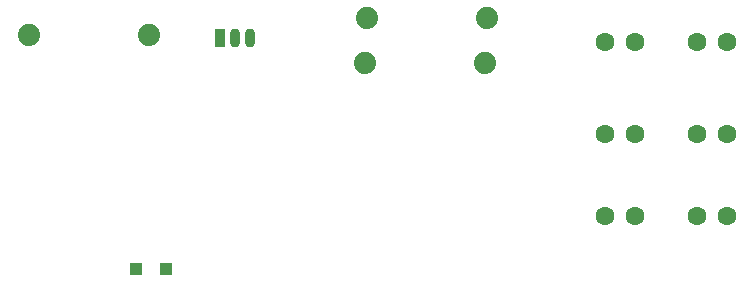
<source format=gtl>
G04 Layer: TopLayer*
G04 EasyEDA v6.5.50, 2025-05-10 15:04:30*
G04 589a746eefd949a0af088bb8152ad38e,9a905054fedc498b9ef7db2e0bce7d6d,10*
G04 Gerber Generator version 0.2*
G04 Scale: 100 percent, Rotated: No, Reflected: No *
G04 Dimensions in millimeters *
G04 leading zeros omitted , absolute positions ,4 integer and 5 decimal *
%FSLAX45Y45*%
%MOMM*%

%AMMACRO1*21,1,$1,$2,0,0,$3*%
%ADD10C,1.8796*%
%ADD11O,0.8999982X1.5999968*%
%ADD12MACRO1,0.9X1.6X0.0000*%
%ADD13MACRO1,1.035X1.0325X0.0000*%
%ADD14C,1.6000*%
%ADD15C,0.0160*%

%LPD*%
D10*
G01*
X6972300Y9131300D03*
G01*
X5956300Y9131300D03*
G01*
X4127500Y9372600D03*
G01*
X3111500Y9372600D03*
D11*
G01*
X4978400Y9347200D03*
G01*
X4851400Y9347200D03*
D12*
G01*
X4724401Y9347200D03*
D13*
G01*
X4013212Y7391412D03*
G01*
X4267212Y7391412D03*
D10*
G01*
X6985000Y9512300D03*
G01*
X5969000Y9512300D03*
D14*
G01*
X8763000Y9309100D03*
G01*
X9017000Y9309100D03*
G01*
X7988300Y8534400D03*
G01*
X8242300Y8534400D03*
G01*
X8763000Y8534400D03*
G01*
X9017000Y8534400D03*
G01*
X8763000Y7835900D03*
G01*
X9017000Y7835900D03*
G01*
X7988300Y7835900D03*
G01*
X8242300Y7835900D03*
G01*
X7988300Y9309100D03*
G01*
X8242300Y9309100D03*
M02*

</source>
